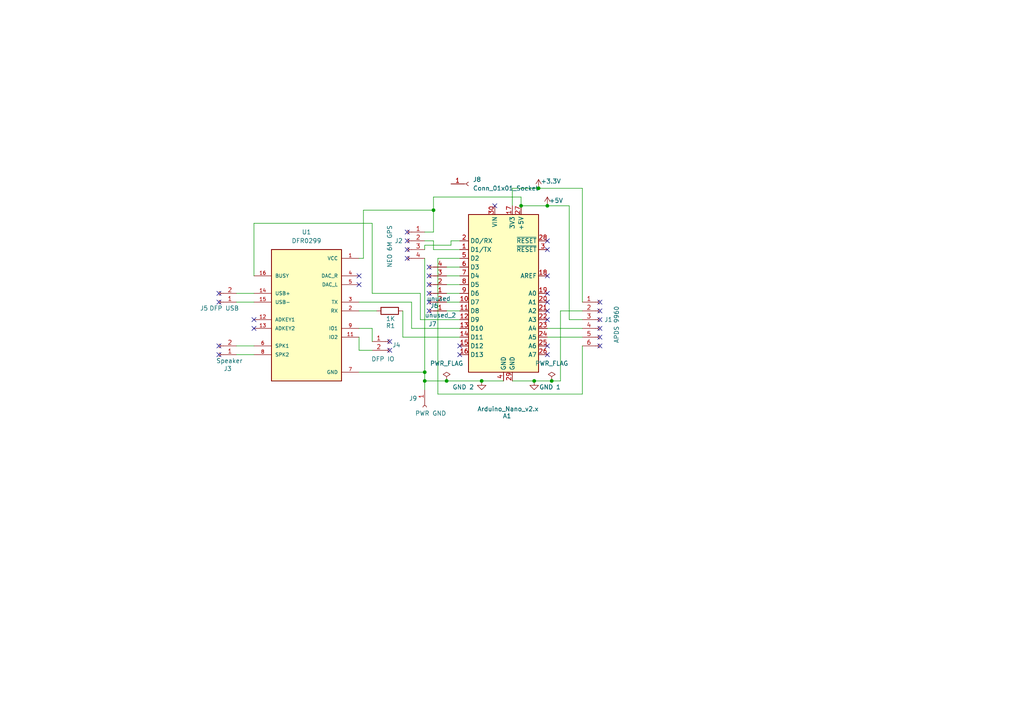
<source format=kicad_sch>
(kicad_sch (version 20250114) (generator "eeschema") (generator_version "9.0")
  (paper "A4")
  (title_block (title "rravich driver assist") (date "2026-02-11") (rev "1.0"))
  (lib_symbols
    (symbol "Connector:Conn_01x01_Socket" (pin_names (offset 1.016) (hide yes))
      (property "Reference" "J" (at 0 2.54 0))
      (property "Value" "Conn_01x01_Socket" (at 0 -2.54 0))
      (symbol "Conn_01x01_Socket_1_1"
        (polyline (pts (xy -1.27 0) (xy -0.508 0)) (stroke (width 0.1524)))
        (arc (start 0 -0.508) (mid -0.5058 0) (end 0 0.508) (stroke (width 0.1524)))
        (pin passive line (at -5.08 0 0) (length 3.81) (name "Pin_1") (number "1"))
      )
    )
    (symbol "Connector:Conn_01x02_Socket" (pin_names (offset 1.016) (hide yes))
      (property "Reference" "J" (at 0 2.54 0))
      (property "Value" "Conn_01x02_Socket" (at 0 -5.08 0))
      (symbol "Conn_01x02_Socket_1_1"
        (polyline (pts (xy -1.27 0) (xy -0.508 0)) (stroke (width 0.1524)))
        (polyline (pts (xy -1.27 -2.54) (xy -0.508 -2.54)) (stroke (width 0.1524)))
        (arc (start 0 -0.508) (mid -0.5058 0) (end 0 0.508) (stroke (width 0.1524)))
        (arc (start 0 -3.048) (mid -0.5058 -2.54) (end 0 -2.032) (stroke (width 0.1524)))
        (pin passive line (at -5.08 0 0) (length 3.81) (name "Pin_1") (number "1"))
        (pin passive line (at -5.08 -2.54 0) (length 3.81) (name "Pin_2") (number "2"))
      )
    )
    (symbol "Connector:Conn_01x04_Socket" (pin_names (offset 1.016) (hide yes))
      (property "Reference" "J" (at 0 5.08 0))
      (property "Value" "Conn_01x04_Socket" (at 0 -7.62 0))
      (symbol "Conn_01x04_Socket_1_1"
        (polyline (pts (xy -1.27 2.54) (xy -0.508 2.54)) (stroke (width 0.1524)))
        (polyline (pts (xy -1.27 0) (xy -0.508 0)) (stroke (width 0.1524)))
        (polyline (pts (xy -1.27 -2.54) (xy -0.508 -2.54)) (stroke (width 0.1524)))
        (polyline (pts (xy -1.27 -5.08) (xy -0.508 -5.08)) (stroke (width 0.1524)))
        (arc (start 0 2.032) (mid -0.5058 2.54) (end 0 3.048) (stroke (width 0.1524)))
        (arc (start 0 -0.508) (mid -0.5058 0) (end 0 0.508) (stroke (width 0.1524)))
        (arc (start 0 -3.048) (mid -0.5058 -2.54) (end 0 -2.032) (stroke (width 0.1524)))
        (arc (start 0 -5.588) (mid -0.5058 -5.08) (end 0 -4.572) (stroke (width 0.1524)))
        (pin passive line (at -5.08 2.54 0) (length 3.81) (name "Pin_1") (number "1"))
        (pin passive line (at -5.08 0 0) (length 3.81) (name "Pin_2") (number "2"))
        (pin passive line (at -5.08 -2.54 0) (length 3.81) (name "Pin_3") (number "3"))
        (pin passive line (at -5.08 -5.08 0) (length 3.81) (name "Pin_4") (number "4"))
      )
    )
    (symbol "Connector:Conn_01x06_Socket" (pin_names (offset 1.016) (hide yes))
      (property "Reference" "J" (at 0 7.62 0))
      (property "Value" "Conn_01x06_Socket" (at 0 -10.16 0))
      (symbol "Conn_01x06_Socket_1_1"
        (polyline (pts (xy -1.27 5.08) (xy -0.508 5.08)) (stroke (width 0.1524)))
        (polyline (pts (xy -1.27 2.54) (xy -0.508 2.54)) (stroke (width 0.1524)))
        (polyline (pts (xy -1.27 0) (xy -0.508 0)) (stroke (width 0.1524)))
        (polyline (pts (xy -1.27 -2.54) (xy -0.508 -2.54)) (stroke (width 0.1524)))
        (polyline (pts (xy -1.27 -5.08) (xy -0.508 -5.08)) (stroke (width 0.1524)))
        (polyline (pts (xy -1.27 -7.62) (xy -0.508 -7.62)) (stroke (width 0.1524)))
        (arc (start 0 4.572) (mid -0.5058 5.08) (end 0 5.588) (stroke (width 0.1524)))
        (arc (start 0 2.032) (mid -0.5058 2.54) (end 0 3.048) (stroke (width 0.1524)))
        (arc (start 0 -0.508) (mid -0.5058 0) (end 0 0.508) (stroke (width 0.1524)))
        (arc (start 0 -3.048) (mid -0.5058 -2.54) (end 0 -2.032) (stroke (width 0.1524)))
        (arc (start 0 -5.588) (mid -0.5058 -5.08) (end 0 -4.572) (stroke (width 0.1524)))
        (arc (start 0 -8.128) (mid -0.5058 -7.62) (end 0 -7.112) (stroke (width 0.1524)))
        (pin passive line (at -5.08 5.08 0) (length 3.81) (name "Pin_1") (number "1"))
        (pin passive line (at -5.08 2.54 0) (length 3.81) (name "Pin_2") (number "2"))
        (pin passive line (at -5.08 0 0) (length 3.81) (name "Pin_3") (number "3"))
        (pin passive line (at -5.08 -2.54 0) (length 3.81) (name "Pin_4") (number "4"))
        (pin passive line (at -5.08 -5.08 0) (length 3.81) (name "Pin_5") (number "5"))
        (pin passive line (at -5.08 -7.62 0) (length 3.81) (name "Pin_6") (number "6"))
      )
    )
    (symbol "DFR0299:DFR0299" (pin_names (offset 1.016))
      (property "Reference" "U" (at -10.16 18.542 0))
      (property "Value" "DFR0299" (at -10.16 -22.86 0))
      (symbol "DFR0299_0_0"
        (rectangle (start -10.16 -20.32) (end 10.16 17.78) (stroke (width 0.254)) (fill (type background)))
        (pin input line (at -15.24 10.16 0) (length 5.08) (name "BUSY") (number "16"))
        (pin input line (at -15.24 5.08 0) (length 5.08) (name "USB+") (number "14"))
        (pin input line (at -15.24 2.54 0) (length 5.08) (name "USB-") (number "15"))
        (pin input line (at -15.24 -2.54 0) (length 5.08) (name "ADKEY1") (number "12"))
        (pin input line (at -15.24 -5.08 0) (length 5.08) (name "ADKEY2") (number "13"))
        (pin passive line (at -15.24 -10.16 0) (length 5.08) (name "SPK1") (number "6"))
        (pin passive line (at -15.24 -12.7 0) (length 5.08) (name "SPK2") (number "8"))
        (pin power_in line (at 15.24 15.24 180) (length 5.08) (name "VCC") (number "1"))
        (pin output line (at 15.24 10.16 180) (length 5.08) (name "DAC_R") (number "4"))
        (pin output line (at 15.24 7.62 180) (length 5.08) (name "DAC_L") (number "5"))
        (pin output line (at 15.24 2.54 180) (length 5.08) (name "TX") (number "3"))
        (pin input line (at 15.24 0 180) (length 5.08) (name "RX") (number "2"))
        (pin bidirectional line (at 15.24 -5.08 180) (length 5.08) (name "IO1") (number "9"))
        (pin bidirectional line (at 15.24 -7.62 180) (length 5.08) (name "IO2") (number "11"))
        (pin power_in line (at 15.24 -17.78 180) (length 5.08) (hide yes) (name "GND") (number "10"))
        (pin power_in line (at 15.24 -17.78 180) (length 5.08) (name "GND") (number "7"))
      )
    )
    (symbol "Device:R" (pin_numbers (hide yes)) (pin_names (offset 0))
      (property "Reference" "R" (at 2.032 0 90))
      (property "Value" "R" (at 0 0 90))
      (symbol "R_0_1"
        (rectangle (start -1.016 -2.54) (end 1.016 2.54) (stroke (width 0.254)))
      )
      (symbol "R_1_1"
        (pin passive line (at 0 3.81 270) (length 1.27) (name "~") (number "1"))
        (pin passive line (at 0 -3.81 90) (length 1.27) (name "~") (number "2"))
      )
    )
    (symbol "MCU_Module:Arduino_Nano_v2.x"
      (property "Reference" "A" (at -10.16 23.495 0))
      (property "Value" "Arduino_Nano_v2.x" (at 5.08 -24.13 0))
      (symbol "Arduino_Nano_v2.x_0_1"
        (rectangle (start -10.16 22.86) (end 10.16 -22.86) (stroke (width 0.254)) (fill (type background)))
      )
      (symbol "Arduino_Nano_v2.x_1_1"
        (pin bidirectional line (at -12.7 15.24 0) (length 2.54) (name "D0/RX") (number "2"))
        (pin bidirectional line (at -12.7 12.7 0) (length 2.54) (name "D1/TX") (number "1"))
        (pin bidirectional line (at -12.7 10.16 0) (length 2.54) (name "D2") (number "5"))
        (pin bidirectional line (at -12.7 7.62 0) (length 2.54) (name "D3") (number "6"))
        (pin bidirectional line (at -12.7 5.08 0) (length 2.54) (name "D4") (number "7"))
        (pin bidirectional line (at -12.7 2.54 0) (length 2.54) (name "D5") (number "8"))
        (pin bidirectional line (at -12.7 0 0) (length 2.54) (name "D6") (number "9"))
        (pin bidirectional line (at -12.7 -2.54 0) (length 2.54) (name "D7") (number "10"))
        (pin bidirectional line (at -12.7 -5.08 0) (length 2.54) (name "D8") (number "11"))
        (pin bidirectional line (at -12.7 -7.62 0) (length 2.54) (name "D9") (number "12"))
        (pin bidirectional line (at -12.7 -10.16 0) (length 2.54) (name "D10") (number "13"))
        (pin bidirectional line (at -12.7 -12.7 0) (length 2.54) (name "D11") (number "14"))
        (pin bidirectional line (at -12.7 -15.24 0) (length 2.54) (name "D12") (number "15"))
        (pin bidirectional line (at -12.7 -17.78 0) (length 2.54) (name "D13") (number "16"))
        (pin power_in line (at -2.54 25.4 270) (length 2.54) (name "VIN") (number "30"))
        (pin power_in line (at 0 -25.4 90) (length 2.54) (name "GND") (number "4"))
        (pin power_out line (at 2.54 25.4 270) (length 2.54) (name "3V3") (number "17"))
        (pin power_in line (at 2.54 -25.4 90) (length 2.54) (name "GND") (number "29"))
        (pin power_out line (at 5.08 25.4 270) (length 2.54) (name "+5V") (number "27"))
        (pin input line (at 12.7 15.24 180) (length 2.54) (name "~{RESET}") (number "28"))
        (pin input line (at 12.7 12.7 180) (length 2.54) (name "~{RESET}") (number "3"))
        (pin input line (at 12.7 5.08 180) (length 2.54) (name "AREF") (number "18"))
        (pin bidirectional line (at 12.7 0 180) (length 2.54) (name "A0") (number "19"))
        (pin bidirectional line (at 12.7 -2.54 180) (length 2.54) (name "A1") (number "20"))
        (pin bidirectional line (at 12.7 -5.08 180) (length 2.54) (name "A2") (number "21"))
        (pin bidirectional line (at 12.7 -7.62 180) (length 2.54) (name "A3") (number "22"))
        (pin bidirectional line (at 12.7 -10.16 180) (length 2.54) (name "A4") (number "23"))
        (pin bidirectional line (at 12.7 -12.7 180) (length 2.54) (name "A5") (number "24"))
        (pin bidirectional line (at 12.7 -15.24 180) (length 2.54) (name "A6") (number "25"))
        (pin bidirectional line (at 12.7 -17.78 180) (length 2.54) (name "A7") (number "26"))
      )
    )
    (symbol "power:+3.3V" (power) (pin_numbers (hide yes)) (pin_names (offset 0) (hide yes))
      (property "Value" "+3.3V" (at 0 3.556 0))
      (symbol "+3.3V_0_1"
        (polyline (pts (xy -0.762 1.27) (xy 0 2.54)))
        (polyline (pts (xy 0 2.54) (xy 0.762 1.27)))
        (polyline (pts (xy 0 0) (xy 0 2.54)))
      )
      (symbol "+3.3V_1_1"
        (pin power_in line (at 0 0 90) (length 0) (name "~") (number "1"))
      )
    )
    (symbol "power:+5V" (power) (pin_numbers (hide yes)) (pin_names (offset 0) (hide yes))
      (property "Value" "+5V" (at 0 3.556 0))
      (symbol "+5V_0_1"
        (polyline (pts (xy -0.762 1.27) (xy 0 2.54)))
        (polyline (pts (xy 0 2.54) (xy 0.762 1.27)))
        (polyline (pts (xy 0 0) (xy 0 2.54)))
      )
      (symbol "+5V_1_1"
        (pin power_in line (at 0 0 90) (length 0) (name "~") (number "1"))
      )
    )
    (symbol "power:GND" (power) (pin_numbers (hide yes)) (pin_names (offset 0) (hide yes))
      (property "Value" "GND" (at 0 -3.81 0))
      (symbol "GND_0_1"
        (polyline (pts (xy 0 0) (xy 0 -1.27) (xy 1.27 -1.27) (xy 0 -2.54) (xy -1.27 -1.27) (xy 0 -1.27)))
      )
      (symbol "GND_1_1"
        (pin power_in line (at 0 0 270) (length 0) (name "~") (number "1"))
      )
    )
    (symbol "power:PWR_FLAG" (power) (pin_numbers (hide yes)) (pin_names (offset 0) (hide yes))
      (property "Value" "PWR_FLAG" (at 0 3.81 0))
      (symbol "PWR_FLAG_0_0"
        (pin power_out line (at 0 0 90) (length 0) (name "~") (number "1"))
      )
      (symbol "PWR_FLAG_0_1"
        (polyline (pts (xy 0 0) (xy 0 1.27) (xy -1.016 1.905) (xy 0 2.54) (xy 1.016 1.905) (xy 0 1.27)))
      )
    )
  )
  (junction (at 154.94 110.49))
  (junction (at 156.21 54.61))
  (junction (at 151.13 59.69))
  (junction (at 123.19 110.49))
  (junction (at 129.54 110.49))
  (junction (at 125.73 60.96))
  (junction (at 123.19 107.95))
  (junction (at 158.75 59.69))
  (junction (at 160.02 110.49))
  (junction (at 139.7 110.49))
  (no_connect (at 63.5 87.63))
  (no_connect (at 124.46 90.17))
  (no_connect (at 63.5 100.33))
  (no_connect (at 104.14 82.55))
  (no_connect (at 158.75 100.33))
  (no_connect (at 124.46 85.09))
  (no_connect (at 158.75 90.17))
  (no_connect (at 118.11 69.85))
  (no_connect (at 104.14 80.01))
  (no_connect (at 158.75 80.01))
  (no_connect (at 173.99 90.17))
  (no_connect (at 143.51 59.69))
  (no_connect (at 173.99 97.79))
  (no_connect (at 73.66 95.25))
  (no_connect (at 158.75 87.63))
  (no_connect (at 173.99 100.33))
  (no_connect (at 73.66 92.71))
  (no_connect (at 124.46 80.01))
  (no_connect (at 158.75 72.39))
  (no_connect (at 124.46 82.55))
  (no_connect (at 113.03 101.6))
  (no_connect (at 173.99 95.25))
  (no_connect (at 173.99 92.71))
  (no_connect (at 124.46 87.63))
  (no_connect (at 133.35 100.33))
  (no_connect (at 118.11 67.31))
  (no_connect (at 63.5 85.09))
  (no_connect (at 158.75 69.85))
  (no_connect (at 158.75 85.09))
  (no_connect (at 158.75 102.87))
  (no_connect (at 63.5 102.87))
  (no_connect (at 133.35 102.87))
  (no_connect (at 118.11 74.93))
  (no_connect (at 113.03 99.06))
  (no_connect (at 118.11 72.39))
  (no_connect (at 158.75 92.71))
  (no_connect (at 173.99 87.63))
  (no_connect (at 124.46 77.47))
  (wire (pts (xy 125.73 57.15) (xy 151.13 57.15)))
  (wire (pts (xy 107.95 85.09) (xy 121.92 85.09)))
  (wire (pts (xy 129.54 87.63) (xy 133.35 87.63)))
  (wire (pts (xy 127 74.93) (xy 133.35 74.93)))
  (wire (pts (xy 116.84 97.79) (xy 133.35 97.79)))
  (wire (pts (xy 105.41 60.96) (xy 125.73 60.96)))
  (wire (pts (xy 130.81 69.85) (xy 133.35 69.85)))
  (wire (pts (xy 162.56 110.49) (xy 162.56 90.17)))
  (wire (pts (xy 104.14 90.17) (xy 109.22 90.17)))
  (wire (pts (xy 105.41 74.93) (xy 105.41 60.96)))
  (wire (pts (xy 129.54 82.55) (xy 133.35 82.55)))
  (wire (pts (xy 123.19 71.12) (xy 130.81 71.12)))
  (wire (pts (xy 73.66 64.77) (xy 107.95 64.77)))
  (wire (pts (xy 68.58 85.09) (xy 73.66 85.09)))
  (wire (pts (xy 162.56 90.17) (xy 168.91 90.17)))
  (wire (pts (xy 104.14 97.79) (xy 104.14 101.6)))
  (wire (pts (xy 129.54 80.01) (xy 133.35 80.01)))
  (wire (pts (xy 156.21 54.61) (xy 168.91 54.61)))
  (wire (pts (xy 123.19 74.93) (xy 123.19 107.95)))
  (wire (pts (xy 68.58 102.87) (xy 73.66 102.87)))
  (wire (pts (xy 125.73 60.96) (xy 125.73 67.31)))
  (wire (pts (xy 130.81 71.12) (xy 130.81 69.85)))
  (wire (pts (xy 73.66 80.01) (xy 73.66 64.77)))
  (wire (pts (xy 104.14 87.63) (xy 119.38 87.63)))
  (wire (pts (xy 158.75 95.25) (xy 168.91 95.25)))
  (wire (pts (xy 168.91 114.3) (xy 168.91 100.33)))
  (wire (pts (xy 129.54 110.49) (xy 139.7 110.49)))
  (wire (pts (xy 116.84 90.17) (xy 116.84 97.79)))
  (wire (pts (xy 165.1 59.69) (xy 165.1 92.71)))
  (wire (pts (xy 154.94 110.49) (xy 160.02 110.49)))
  (wire (pts (xy 148.59 110.49) (xy 154.94 110.49)))
  (wire (pts (xy 119.38 95.25) (xy 133.35 95.25)))
  (wire (pts (xy 129.54 90.17) (xy 133.35 90.17)))
  (wire (pts (xy 151.13 59.69) (xy 151.13 57.15)))
  (wire (pts (xy 125.73 67.31) (xy 123.19 67.31)))
  (wire (pts (xy 160.02 110.49) (xy 162.56 110.49)))
  (wire (pts (xy 107.95 95.25) (xy 107.95 99.06)))
  (wire (pts (xy 129.54 85.09) (xy 133.35 85.09)))
  (wire (pts (xy 165.1 92.71) (xy 168.91 92.71)))
  (wire (pts (xy 104.14 107.95) (xy 123.19 107.95)))
  (wire (pts (xy 68.58 100.33) (xy 73.66 100.33)))
  (wire (pts (xy 125.73 72.39) (xy 133.35 72.39)))
  (wire (pts (xy 158.75 59.69) (xy 165.1 59.69)))
  (wire (pts (xy 121.92 92.71) (xy 133.35 92.71)))
  (wire (pts (xy 158.75 97.79) (xy 168.91 97.79)))
  (wire (pts (xy 68.58 87.63) (xy 73.66 87.63)))
  (wire (pts (xy 151.13 59.69) (xy 158.75 59.69)))
  (wire (pts (xy 125.73 57.15) (xy 125.73 60.96)))
  (wire (pts (xy 123.19 110.49) (xy 123.19 113.03)))
  (wire (pts (xy 121.92 85.09) (xy 121.92 92.71)))
  (wire (pts (xy 104.14 74.93) (xy 105.41 74.93)))
  (wire (pts (xy 123.19 69.85) (xy 125.73 69.85)))
  (wire (pts (xy 104.14 101.6) (xy 107.95 101.6)))
  (wire (pts (xy 107.95 64.77) (xy 107.95 85.09)))
  (wire (pts (xy 127 74.93) (xy 127 114.3)))
  (wire (pts (xy 148.59 54.61) (xy 156.21 54.61)))
  (wire (pts (xy 123.19 72.39) (xy 123.19 71.12)))
  (wire (pts (xy 123.19 107.95) (xy 123.19 110.49)))
  (wire (pts (xy 168.91 54.61) (xy 168.91 87.63)))
  (wire (pts (xy 119.38 87.63) (xy 119.38 95.25)))
  (wire (pts (xy 123.19 110.49) (xy 129.54 110.49)))
  (wire (pts (xy 125.73 69.85) (xy 125.73 72.39)))
  (wire (pts (xy 127 114.3) (xy 168.91 114.3)))
  (wire (pts (xy 129.54 77.47) (xy 133.35 77.47)))
  (wire (pts (xy 104.14 95.25) (xy 107.95 95.25)))
  (wire (pts (xy 148.59 54.61) (xy 148.59 59.69)))
  (wire (pts (xy 139.7 110.49) (xy 146.05 110.49)))
  (symbol (lib_id "power:PWR_FLAG") (at 129.54 110.49 0) (unit 1)
    (property "Reference" "#FLG02" (effects (hide yes)))
    (property "Value" "PWR_FLAG" (at 129.54 105.41 0))
    (property "Description" "Special symbol for telling ERC where power comes from" (effects (hide yes)))
  )
  (symbol (lib_id "Device:R") (at 113.03 90.17 270) (unit 1)
    (property "Reference" "R1" (at 113.284 94.488 90))
    (property "Value" "1K" (at 113.284 92.456 90))
    (property "Footprint" "Resistor_THT:R_Axial_DIN0207_L6.3mm_D2.5mm_P7.62mm_Horizontal" (effects (hide yes)))
    (property "Description" "Resistor" (effects (hide yes)))
  )
  (symbol (lib_id "Connector:Conn_01x01_Socket") (at 135.89 53.34 0) (unit 1)
    (property "Reference" "J8" (at 137.16 52.0699 0) (effects (justify left)))
    (property "Value" "Conn_01x01_Socket" (at 137.16 54.6099 0) (effects (justify left)))
    (property "Description" "Generic connector, single row, 01x01, script generated" (effects (hide yes)))
  )
  (symbol (lib_id "power:+5V") (at 158.75 59.69 0) (unit 1)
    (property "Reference" "#PWR02" (effects (hide yes)))
    (property "Value" "+5V" (at 161.29 58.166 0))
    (property "Description" "Power symbol creates a global label with name \"+5V\"" (effects (hide yes)))
  )
  (symbol (lib_id "Connector:Conn_01x04_Socket") (at 118.11 69.85 0) (mirror y) (unit 1)
    (property "Reference" "J2" (at 116.84 69.8499 0) (effects (justify left)))
    (property "Value" "NEO 6M GPS" (at 113.03 65.278 90) (effects (justify right)))
    (property "Footprint" "Connector_PinSocket_2.54mm:PinSocket_1x04_P2.54mm_Vertical" (effects (hide yes)))
    (property "Description" "Generic connector, single row, 01x04, script generated" (effects (hide yes)))
  )
  (symbol (lib_id "DFR0299:DFR0299") (at 88.9 90.17 0) (unit 1)
    (property "Reference" "U1" (at 88.9 67.31 0))
    (property "Value" "DFR0299" (at 88.9 69.85 0))
    (property "Footprint" "DFR0299:MODULE_DFR0299" (effects (hide yes)))
    (property "MF" "DFRobot" (effects (hide yes)))
    (property "DESCRIPTION" "Dfplayer - a Mini Mp3 Player" (effects (hide yes)))
    (property "PACKAGE" "None" (effects (hide yes)))
    (property "PRICE" "None" (effects (hide yes)))
    (property "Package" "None" (effects (hide yes)))
    (property "Check_prices" "https://www.snapeda.com/parts/DFR0299/DFRobot/view-part/?ref=eda" (effects (hide yes)))
    (property "Price" "None" (effects (hide yes)))
    (property "SnapEDA_Link" "https://www.snapeda.com/parts/DFR0299/DFRobot/view-part/?ref=snap" (effects (hide yes)))
    (property "MP" "DFR0299" (effects (hide yes)))
    (property "Purchase-URL" "https://www.snapeda.com/api/url_track_click_mouser/?unipart_id=588059&manufacturer=DFRobot&part_name=DFR0299&search_term=None" (effects (hide yes)))
    (property "Availability" "In Stock" (effects (hide yes)))
    (property "AVAILABILITY" "Unavailable" (effects (hide yes)))
    (property "Description_1" "- MP3 Player Audio Arduino Platform Evaluation Expansion Board" (effects (hide yes)))
  )
  (symbol (lib_id "power:PWR_FLAG") (at 160.02 110.49 0) (unit 1)
    (property "Reference" "#FLG03" (effects (hide yes)))
    (property "Value" "PWR_FLAG" (at 160.02 105.41 0))
    (property "Description" "Special symbol for telling ERC where power comes from" (effects (hide yes)))
  )
  (symbol (lib_id "Connector:Conn_01x02_Socket") (at 124.46 90.17 180) (unit 1)
    (property "Reference" "J7" (at 125.476 93.98 0))
    (property "Value" "unused_2" (at 127.762 91.44 0))
    (property "Footprint" "Connector_PinSocket_2.54mm:PinSocket_1x02_P2.54mm_Vertical" (effects (hide yes)))
    (property "Description" "Generic connector, single row, 01x02, script generated" (effects (hide yes)))
  )
  (symbol (lib_id "Connector:Conn_01x06_Socket") (at 173.99 92.71 0) (unit 1)
    (property "Reference" "J1" (at 175.26 92.7099 0) (effects (justify left)))
    (property "Value" "APDS 9960" (at 178.816 99.568 90) (effects (justify left)))
    (property "Footprint" "Connector_PinSocket_2.54mm:PinSocket_1x06_P2.54mm_Vertical" (effects (hide yes)))
    (property "Description" "Generic connector, single row, 01x06, script generated" (effects (hide yes)))
  )
  (symbol (lib_id "Connector:Conn_01x02_Socket") (at 63.5 102.87 180) (unit 1)
    (property "Reference" "J3" (at 66.04 106.934 0))
    (property "Value" "Speaker" (at 66.548 104.648 0))
    (property "Footprint" "Connector_PinSocket_2.54mm:PinSocket_1x02_P2.54mm_Vertical" (effects (hide yes)))
    (property "Description" "Generic connector, single row, 01x02, script generated" (effects (hide yes)))
  )
  (symbol (lib_id "power:GND") (at 139.7 110.49 0) (unit 1)
    (property "Reference" "#PWR04" (effects (hide yes)))
    (property "Value" "GND 2" (at 134.366 112.268 0))
    (property "Description" "Power symbol creates a global label with name \"GND\" , ground" (effects (hide yes)))
  )
  (symbol (lib_id "power:+3.3V") (at 156.21 54.61 0) (unit 1)
    (property "Reference" "#PWR03" (effects (hide yes)))
    (property "Value" "+3.3V" (at 159.766 52.578 0))
    (property "Description" "Power symbol creates a global label with name \"+3.3V\"" (effects (hide yes)))
  )
  (symbol (lib_id "Connector:Conn_01x04_Socket") (at 124.46 82.55 180) (unit 1)
    (property "Reference" "J6" (at 125.984 88.646 0))
    (property "Value" "unused" (at 127.254 86.614 0))
    (property "Footprint" "Connector_PinSocket_2.54mm:PinSocket_1x04_P2.54mm_Vertical" (effects (hide yes)))
    (property "Description" "Generic connector, single row, 01x04, script generated" (effects (hide yes)))
  )
  (symbol (lib_id "power:GND") (at 154.94 110.49 0) (unit 1)
    (property "Reference" "#PWR01" (effects (hide yes)))
    (property "Value" "GND 1" (at 159.512 112.268 0))
    (property "Description" "Power symbol creates a global label with name \"GND\" , ground" (effects (hide yes)))
  )
  (symbol (lib_id "Connector:Conn_01x02_Socket") (at 113.03 99.06 0) (unit 1)
    (property "Reference" "J4" (at 113.792 100.076 0) (effects (justify left)))
    (property "Value" "DFP IO" (at 107.696 104.14 0) (effects (justify left)))
    (property "Footprint" "Connector_PinSocket_2.54mm:PinSocket_1x02_P2.54mm_Vertical" (effects (hide yes)))
    (property "Description" "Generic connector, single row, 01x02, script generated" (effects (hide yes)))
  )
  (symbol (lib_id "MCU_Module:Arduino_Nano_v2.x") (at 146.05 85.09 0) (unit 1)
    (property "Reference" "A1" (at 145.796 120.65 0) (effects (justify left)))
    (property "Value" "Arduino_Nano_v2.x" (at 138.43 118.618 0) (effects (justify left)))
    (property "Footprint" "Module:Arduino_Nano" (effects (hide yes)))
    (property "Datasheet" "https://www.arduino.cc/en/uploads/Main/ArduinoNanoManual23.pdf" (effects (hide yes)))
    (property "Description" "Arduino Nano v2.x" (effects (hide yes)))
  )
  (symbol (lib_id "Connector:Conn_01x02_Socket") (at 63.5 87.63 180) (unit 1)
    (property "Reference" "J5" (at 59.182 89.408 0))
    (property "Value" "DFP USB" (at 65.024 89.408 0))
    (property "Footprint" "Connector_PinSocket_2.54mm:PinSocket_1x02_P2.54mm_Vertical" (effects (hide yes)))
    (property "Description" "Generic connector, single row, 01x02, script generated" (effects (hide yes)))
  )
  (symbol (lib_id "Connector:Conn_01x01_Socket") (at 123.19 118.11 270) (unit 1)
    (property "Reference" "J9" (at 118.618 115.57 90) (effects (justify left)))
    (property "Value" "PWR GND" (at 120.396 119.888 90) (effects (justify left)))
    (property "Description" "Generic connector, single row, 01x01, script generated" (effects (hide yes)))
  )
)
</source>
